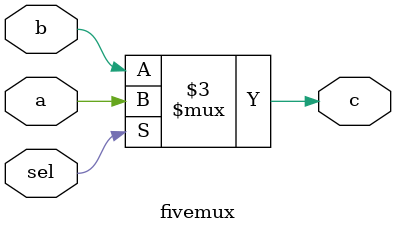
<source format=v>
module fivemux(
	input a, 
	input b, 
	input sel, 
	output reg c);
	
always@(*) begin
	if(sel) begin
		c = a;
	end
	else begin
		c = b;
	end
end

endmodule
</source>
